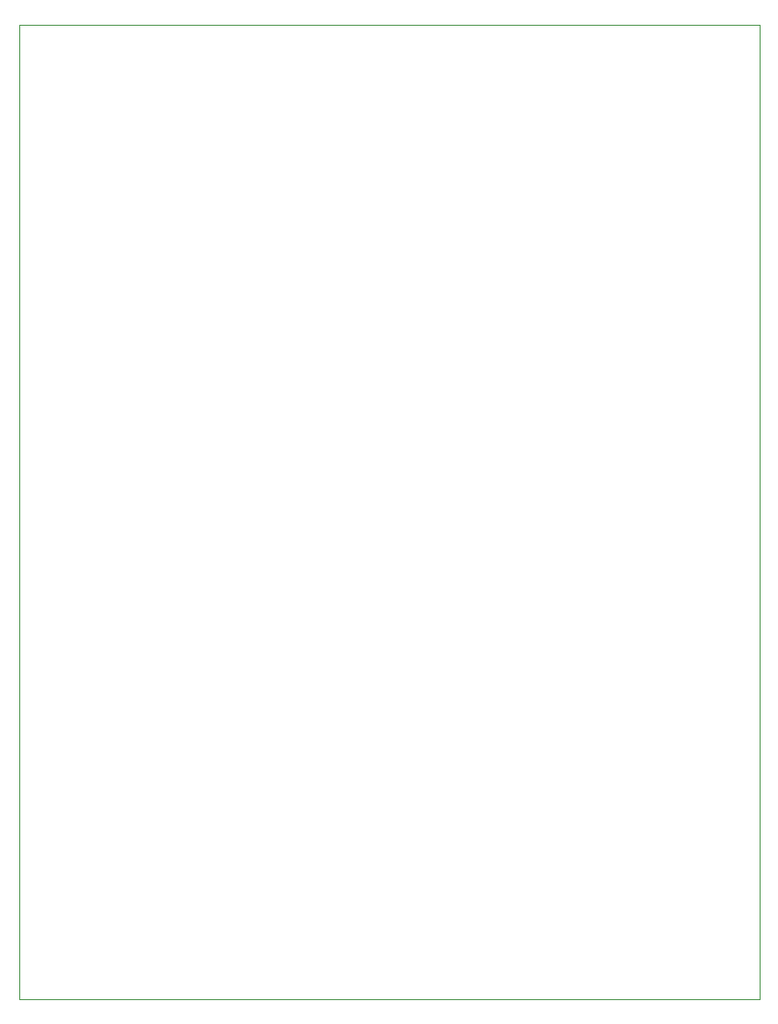
<source format=gm1>
G04 #@! TF.GenerationSoftware,KiCad,Pcbnew,(6.0.8)*
G04 #@! TF.CreationDate,2023-06-29T00:22:17-04:00*
G04 #@! TF.ProjectId,proyecto final,70726f79-6563-4746-9f20-66696e616c2e,rev?*
G04 #@! TF.SameCoordinates,Original*
G04 #@! TF.FileFunction,Profile,NP*
%FSLAX46Y46*%
G04 Gerber Fmt 4.6, Leading zero omitted, Abs format (unit mm)*
G04 Created by KiCad (PCBNEW (6.0.8)) date 2023-06-29 00:22:17*
%MOMM*%
%LPD*%
G01*
G04 APERTURE LIST*
G04 #@! TA.AperFunction,Profile*
%ADD10C,0.100000*%
G04 #@! TD*
G04 APERTURE END LIST*
D10*
X176940000Y-139730000D02*
X108720000Y-139730000D01*
X108720000Y-139730000D02*
X108720000Y-49990000D01*
X108720000Y-49990000D02*
X176940000Y-49990000D01*
X176940000Y-49990000D02*
X176940000Y-139730000D01*
M02*

</source>
